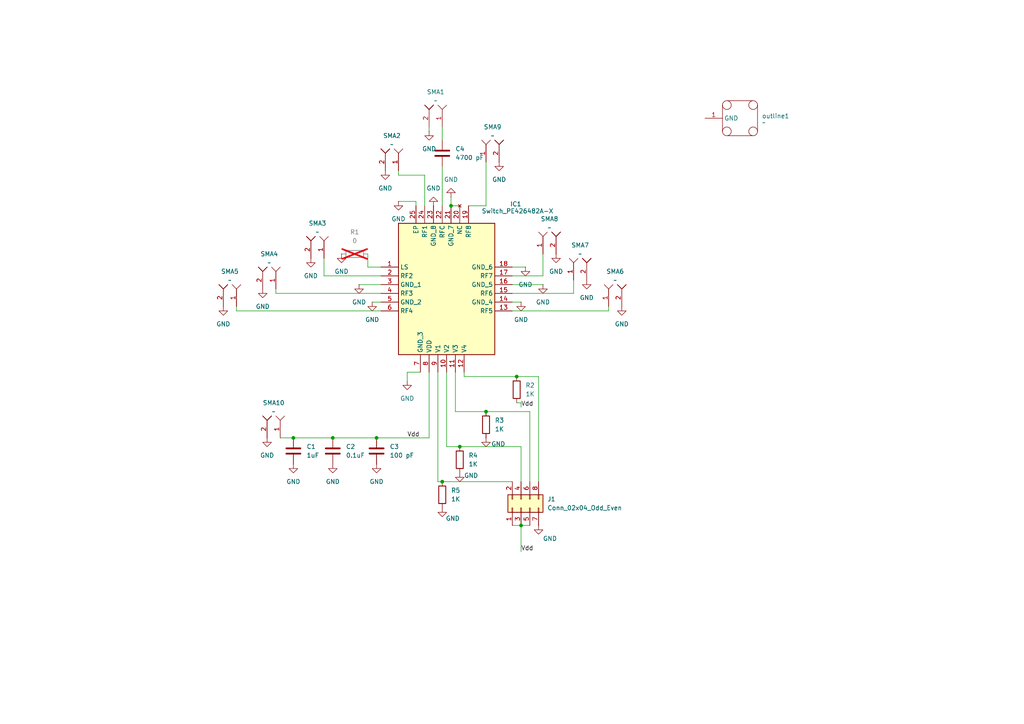
<source format=kicad_sch>
(kicad_sch (version 20231120) (generator "eeschema") (generator_version "8.0")
  (paper "A4")
  (lib_symbols
    (symbol "Connector_Generic:Conn_02x04_Odd_Even" (pin_names (offset 1.016) hide)
      (property "Reference" "J" (at 1.27 5.08 0))
      (property "Value" "Conn_02x04_Odd_Even" (at 1.27 -7.62 0))
      (symbol "Conn_02x04_Odd_Even_1_1"
        (rectangle (start -1.27 -4.953) (end 0 -5.207) (stroke (width 0.1524)))
        (rectangle (start -1.27 -2.413) (end 0 -2.667) (stroke (width 0.1524)))
        (rectangle (start -1.27 0.127) (end 0 -0.127) (stroke (width 0.1524)))
        (rectangle (start -1.27 2.667) (end 0 2.413) (stroke (width 0.1524)))
        (rectangle (start -1.27 3.81) (end 3.81 -6.35) (stroke (width 0.254)) (fill (type background)))
        (rectangle (start 3.81 -4.953) (end 2.54 -5.207) (stroke (width 0.1524)))
        (rectangle (start 3.81 -2.413) (end 2.54 -2.667) (stroke (width 0.1524)))
        (rectangle (start 3.81 0.127) (end 2.54 -0.127) (stroke (width 0.1524)))
        (rectangle (start 3.81 2.667) (end 2.54 2.413) (stroke (width 0.1524)))
        (pin passive line (at -5.08 2.54 0) (length 3.81) (name "Pin_1") (number "1"))
        (pin passive line (at 7.62 2.54 180) (length 3.81) (name "Pin_2") (number "2"))
        (pin passive line (at -5.08 0 0) (length 3.81) (name "Pin_3") (number "3"))
        (pin passive line (at 7.62 0 180) (length 3.81) (name "Pin_4") (number "4"))
        (pin passive line (at -5.08 -2.54 0) (length 3.81) (name "Pin_5") (number "5"))
        (pin passive line (at 7.62 -2.54 180) (length 3.81) (name "Pin_6") (number "6"))
        (pin passive line (at -5.08 -5.08 0) (length 3.81) (name "Pin_7") (number "7"))
        (pin passive line (at 7.62 -5.08 180) (length 3.81) (name "Pin_8") (number "8"))
      )
    )
    (symbol "Device:C" (pin_numbers hide) (pin_names (offset 0.254))
      (property "Reference" "C" (at 0.635 2.54 0))
      (property "Value" "C" (at 0.635 -2.54 0))
      (symbol "C_0_1"
        (polyline (pts (xy -2.032 -0.762) (xy 2.032 -0.762)) (stroke (width 0.508)))
        (polyline (pts (xy -2.032 0.762) (xy 2.032 0.762)) (stroke (width 0.508)))
      )
      (symbol "C_1_1"
        (pin passive line (at 0 3.81 270) (length 2.794) (name "~") (number "1"))
        (pin passive line (at 0 -3.81 90) (length 2.794) (name "~") (number "2"))
      )
    )
    (symbol "Device:R" (pin_numbers hide) (pin_names (offset 0))
      (property "Reference" "R" (at 2.032 0 90))
      (property "Value" "R" (at 0 0 90))
      (symbol "R_0_1"
        (rectangle (start -1.016 -2.54) (end 1.016 2.54) (stroke (width 0.254)))
      )
      (symbol "R_1_1"
        (pin passive line (at 0 3.81 270) (length 1.27) (name "~") (number "1"))
        (pin passive line (at 0 -3.81 90) (length 1.27) (name "~") (number "2"))
      )
    )
    (symbol "MUSIC_LAB:SMA"
      (property "Reference" "SMA" (at 1.27 -1.27 0))
      (symbol "SMA_0_1"
        (polyline (pts (xy -1.27 1.27) (xy -2.54 0)))
        (polyline (pts (xy -1.27 1.27) (xy -2.54 0)))
        (polyline (pts (xy -1.27 1.27) (xy -2.54 0)))
        (polyline (pts (xy -1.27 1.27) (xy -2.54 0)))
        (polyline (pts (xy -1.27 1.27) (xy -2.54 2.54)))
        (polyline (pts (xy -1.27 1.27) (xy -2.54 2.54)))
        (polyline (pts (xy -1.27 1.27) (xy -2.54 2.54)))
        (polyline (pts (xy -1.27 1.27) (xy -2.54 2.54)))
        (polyline (pts (xy -1.27 5.08) (xy -2.54 3.81)))
        (polyline (pts (xy -1.27 5.08) (xy -2.54 6.35)))
      )
      (symbol "SMA_1_1"
        (pin passive line (at 3.81 5.08 180) (length 5.08) (name "") (number "1"))
        (pin passive line (at 3.81 1.27 180) (length 5.08) (name "") (number "2"))
      )
    )
    (symbol "MUSIC_LAB:Switch_PE426482A-X"
      (property "Reference" "IC" (at 26.67 17.78 0))
      (property "Value" "Switch_PE426482A-X" (at 26.67 15.24 0))
      (symbol "Switch_PE426482A-X_1_1"
        (rectangle (start 5.08 12.7) (end 33.02 -25.4) (stroke (width 0.254)) (fill (type background)))
        (pin passive line (at 0 0 0) (length 5.08) (name "LS") (number "1"))
        (pin passive line (at 19.05 -30.48 90) (length 5.08) (name "V2") (number "10"))
        (pin passive line (at 21.59 -30.48 90) (length 5.08) (name "V3") (number "11"))
        (pin passive line (at 24.13 -30.48 90) (length 5.08) (name "V4") (number "12"))
        (pin passive line (at 38.1 -12.7 180) (length 5.08) (name "RF5") (number "13"))
        (pin passive line (at 38.1 -10.16 180) (length 5.08) (name "GND_4") (number "14"))
        (pin passive line (at 38.1 -7.62 180) (length 5.08) (name "RF6") (number "15"))
        (pin passive line (at 38.1 -5.08 180) (length 5.08) (name "GND_5") (number "16"))
        (pin passive line (at 38.1 -2.54 180) (length 5.08) (name "RF7") (number "17"))
        (pin passive line (at 38.1 0 180) (length 5.08) (name "GND_6") (number "18"))
        (pin passive line (at 25.4 17.78 270) (length 5.08) (name "RF8") (number "19"))
        (pin passive line (at 0 -2.54 0) (length 5.08) (name "RF2") (number "2"))
        (pin no_connect line (at 22.86 17.78 270) (length 5.08) (name "NC") (number "20"))
        (pin passive line (at 20.32 17.78 270) (length 5.08) (name "GND_7") (number "21"))
        (pin passive line (at 17.78 17.78 270) (length 5.08) (name "RFC") (number "22"))
        (pin passive line (at 15.24 17.78 270) (length 5.08) (name "GND_8") (number "23"))
        (pin passive line (at 12.7 17.78 270) (length 5.08) (name "RF1") (number "24"))
        (pin passive line (at 10.16 17.78 270) (length 5.08) (name "EP") (number "25"))
        (pin passive line (at 0 -5.08 0) (length 5.08) (name "GND_1") (number "3"))
        (pin passive line (at 0 -7.62 0) (length 5.08) (name "RF3") (number "4"))
        (pin passive line (at 0 -10.16 0) (length 5.08) (name "GND_2") (number "5"))
        (pin passive line (at 0 -12.7 0) (length 5.08) (name "RF4") (number "6"))
        (pin passive line (at 11.43 -30.48 90) (length 5.08) (name "GND_3") (number "7"))
        (pin passive line (at 13.97 -30.48 90) (length 5.08) (name "VDD") (number "8"))
        (pin passive line (at 16.51 -30.48 90) (length 5.08) (name "V1") (number "9"))
      )
    )
    (symbol "MUSIC_LAB:outline"
      (property "Reference" "outline" (at 0 6.35 0))
      (symbol "outline_0_1"
        (circle (center -3.81 -3.81) (radius 1.27))
        (circle (center -3.81 3.81) (radius 1.27))
        (polyline (pts (xy -5.08 3.81) (xy -5.08 -3.81)))
        (polyline (pts (xy -3.81 -5.08) (xy 3.81 -5.08)))
        (polyline (pts (xy 3.81 5.08) (xy -3.81 5.08)))
        (polyline (pts (xy 5.08 3.81) (xy 5.08 -3.81)))
        (circle (center 3.81 -3.81) (radius 1.27))
        (circle (center 3.81 3.81) (radius 1.27))
      )
      (symbol "outline_1_1"
        (pin free line (at -10.16 0 0) (length 5.08) (name "GND") (number "1"))
      )
    )
    (symbol "power:GND" (power) (pin_numbers hide) (pin_names (offset 0) hide)
      (property "Value" "GND" (at 0 -3.81 0))
      (symbol "GND_0_1"
        (polyline (pts (xy 0 0) (xy 0 -1.27) (xy 1.27 -1.27) (xy 0 -2.54) (xy -1.27 -1.27) (xy 0 -1.27)))
      )
      (symbol "GND_1_1"
        (pin power_in line (at 0 0 270) (length 0) (name "~") (number "1"))
      )
    )
  )
  (junction (at 130.81 59.69))
  (junction (at 128.27 139.7))
  (junction (at 140.97 119.38))
  (junction (at 109.22 127))
  (junction (at 133.35 129.54))
  (junction (at 96.52 127))
  (junction (at 149.86 109.22))
  (junction (at 151.13 152.4))
  (junction (at 85.09 127))
  (wire (pts (xy 115.57 50.8) (xy 123.19 50.8)))
  (wire (pts (xy 151.13 118.11) (xy 151.13 116.84)))
  (wire (pts (xy 152.4 77.47) (xy 148.59 77.47)))
  (wire (pts (xy 128.27 36.83) (xy 128.27 40.64)))
  (wire (pts (xy 127 139.7) (xy 128.27 139.7)))
  (wire (pts (xy 124.46 36.83) (xy 124.46 38.1)))
  (wire (pts (xy 115.57 58.42) (xy 120.65 58.42)))
  (wire (pts (xy 166.37 81.28) (xy 166.37 85.09)))
  (wire (pts (xy 128.27 139.7) (xy 148.59 139.7)))
  (wire (pts (xy 176.53 88.9) (xy 176.53 90.17)))
  (wire (pts (xy 68.58 90.17) (xy 110.49 90.17)))
  (wire (pts (xy 118.11 107.95) (xy 121.92 107.95)))
  (wire (pts (xy 129.54 129.54) (xy 133.35 129.54)))
  (wire (pts (xy 80.01 83.82) (xy 80.01 85.09)))
  (wire (pts (xy 151.13 152.4) (xy 153.67 152.4)))
  (wire (pts (xy 124.46 127) (xy 124.46 107.95)))
  (wire (pts (xy 151.13 116.84) (xy 149.86 116.84)))
  (wire (pts (xy 157.48 80.01) (xy 148.59 80.01)))
  (wire (pts (xy 110.49 80.01) (xy 93.98 80.01)))
  (wire (pts (xy 134.62 107.95) (xy 134.62 109.22)))
  (wire (pts (xy 140.97 59.69) (xy 135.89 59.69)))
  (wire (pts (xy 132.08 119.38) (xy 140.97 119.38)))
  (wire (pts (xy 140.97 119.38) (xy 153.67 119.38)))
  (wire (pts (xy 93.98 74.93) (xy 93.98 80.01)))
  (wire (pts (xy 134.62 109.22) (xy 149.86 109.22)))
  (wire (pts (xy 140.97 46.99) (xy 140.97 59.69)))
  (wire (pts (xy 133.35 129.54) (xy 151.13 129.54)))
  (wire (pts (xy 85.09 127) (xy 96.52 127)))
  (wire (pts (xy 149.86 109.22) (xy 156.21 109.22)))
  (wire (pts (xy 148.59 152.4) (xy 151.13 152.4)))
  (wire (pts (xy 80.01 85.09) (xy 110.49 85.09)))
  (wire (pts (xy 123.19 50.8) (xy 123.19 59.69)))
  (wire (pts (xy 157.48 73.66) (xy 157.48 80.01)))
  (wire (pts (xy 157.48 82.55) (xy 148.59 82.55)))
  (wire (pts (xy 96.52 127) (xy 109.22 127)))
  (wire (pts (xy 106.68 77.47) (xy 106.68 73.66)))
  (wire (pts (xy 151.13 160.02) (xy 151.13 152.4)))
  (wire (pts (xy 128.27 48.26) (xy 128.27 59.69)))
  (wire (pts (xy 166.37 85.09) (xy 148.59 85.09)))
  (wire (pts (xy 151.13 87.63) (xy 148.59 87.63)))
  (wire (pts (xy 107.95 87.63) (xy 110.49 87.63)))
  (wire (pts (xy 130.81 57.15) (xy 130.81 59.69)))
  (wire (pts (xy 151.13 129.54) (xy 151.13 139.7)))
  (wire (pts (xy 109.22 127) (xy 124.46 127)))
  (wire (pts (xy 110.49 82.55) (xy 104.14 82.55)))
  (wire (pts (xy 130.81 59.69) (xy 133.35 59.69)))
  (wire (pts (xy 81.28 127) (xy 85.09 127)))
  (wire (pts (xy 132.08 107.95) (xy 132.08 119.38)))
  (wire (pts (xy 148.59 90.17) (xy 176.53 90.17)))
  (wire (pts (xy 129.54 107.95) (xy 129.54 129.54)))
  (wire (pts (xy 68.58 88.9) (xy 68.58 90.17)))
  (wire (pts (xy 153.67 119.38) (xy 153.67 139.7)))
  (wire (pts (xy 118.11 110.49) (xy 118.11 107.95)))
  (wire (pts (xy 127 107.95) (xy 127 139.7)))
  (wire (pts (xy 110.49 77.47) (xy 106.68 77.47)))
  (wire (pts (xy 115.57 49.53) (xy 115.57 50.8)))
  (wire (pts (xy 156.21 109.22) (xy 156.21 139.7)))
  (wire (pts (xy 120.65 58.42) (xy 120.65 59.69)))
  (label "Vdd" (at 118.11 127 0))
  (label "Vdd" (at 151.13 160.02 0))
  (label "Vdd" (at 151.13 118.11 0))
  (symbol (lib_id "MUSIC_LAB:SMA") (at 171.45 77.47 90) (mirror x) (unit 1)
    (property "Reference" "SMA7" (at 168.275 71.12 90))
    (property "Value" "~" (at 168.275 73.66 90))
    (property "Footprint" "MUSIC_Lab:SMA_KHD_Back" (effects (hide yes)))
  )
  (symbol (lib_id "power:GND") (at 152.4 77.47 0) (mirror y) (unit 1)
    (property "Reference" "#PWR013" (effects (hide yes)))
    (property "Value" "GND" (at 152.4 82.55 0))
    (property "Description" "Power symbol creates a global label with name \"GND\" , ground" (effects (hide yes)))
  )
  (symbol (lib_id "power:GND") (at 140.97 127 0) (unit 1)
    (property "Reference" "#PWR025" (effects (hide yes)))
    (property "Value" "GND" (at 144.526 128.778 0))
    (property "Description" "Power symbol creates a global label with name \"GND\" , ground" (effects (hide yes)))
  )
  (symbol (lib_id "power:GND") (at 90.17 74.93 0) (unit 1)
    (property "Reference" "#PWR03" (effects (hide yes)))
    (property "Value" "GND" (at 90.17 80.01 0))
    (property "Description" "Power symbol creates a global label with name \"GND\" , ground" (effects (hide yes)))
  )
  (symbol (lib_id "power:GND") (at 76.2 83.82 0) (unit 1)
    (property "Reference" "#PWR04" (effects (hide yes)))
    (property "Value" "GND" (at 76.2 88.9 0))
    (property "Description" "Power symbol creates a global label with name \"GND\" , ground" (effects (hide yes)))
  )
  (symbol (lib_id "power:GND") (at 104.14 82.55 0) (unit 1)
    (property "Reference" "#PWR07" (effects (hide yes)))
    (property "Value" "GND" (at 104.14 87.63 0))
    (property "Description" "Power symbol creates a global label with name \"GND\" , ground" (effects (hide yes)))
  )
  (symbol (lib_id "MUSIC_LAB:SMA") (at 146.05 43.18 90) (mirror x) (unit 1)
    (property "Reference" "SMA9" (at 142.875 36.83 90))
    (property "Value" "~" (at 142.875 39.37 90))
    (property "Footprint" "MUSIC_Lab:SMA_KHD_Back" (effects (hide yes)))
  )
  (symbol (lib_id "power:GND") (at 85.09 134.62 0) (unit 1)
    (property "Reference" "#PWR021" (effects (hide yes)))
    (property "Value" "GND" (at 85.09 139.7 0))
    (property "Description" "Power symbol creates a global label with name \"GND\" , ground" (effects (hide yes)))
  )
  (symbol (lib_id "Device:C") (at 85.09 130.81 0) (unit 1)
    (property "Reference" "C1" (at 88.9 129.5399 0) (effects (justify left)))
    (property "Value" "1uF" (at 88.9 132.0799 0) (effects (justify left)))
    (property "Footprint" "Capacitor_SMD:C_0402_1005Metric" (effects (hide yes)))
    (property "Description" "Unpolarized capacitor" (effects (hide yes)))
  )
  (symbol (lib_id "MUSIC_LAB:SMA") (at 123.19 33.02 270) (unit 1)
    (property "Reference" "SMA1" (at 126.365 26.67 90))
    (property "Value" "~" (at 126.365 29.21 90))
    (property "Footprint" "MUSIC_Lab:SMA_KHD_Back" (effects (hide yes)))
  )
  (symbol (lib_id "power:GND") (at 157.48 82.55 0) (mirror y) (unit 1)
    (property "Reference" "#PWR014" (effects (hide yes)))
    (property "Value" "GND" (at 157.48 87.63 0))
    (property "Description" "Power symbol creates a global label with name \"GND\" , ground" (effects (hide yes)))
  )
  (symbol (lib_id "power:GND") (at 144.78 46.99 0) (mirror y) (unit 1)
    (property "Reference" "#PWR012" (effects (hide yes)))
    (property "Value" "GND" (at 144.78 52.07 0))
    (property "Description" "Power symbol creates a global label with name \"GND\" , ground" (effects (hide yes)))
  )
  (symbol (lib_id "MUSIC_LAB:SMA") (at 110.49 45.72 270) (unit 1)
    (property "Reference" "SMA2" (at 113.665 39.37 90))
    (property "Value" "~" (at 113.665 41.91 90))
    (property "Footprint" "MUSIC_Lab:SMA_KHD_Back" (effects (hide yes)))
  )
  (symbol (lib_id "Device:C") (at 96.52 130.81 0) (unit 1)
    (property "Reference" "C2" (at 100.33 129.5399 0) (effects (justify left)))
    (property "Value" "0.1uF" (at 100.33 132.0799 0) (effects (justify left)))
    (property "Footprint" "Capacitor_SMD:C_0402_1005Metric" (effects (hide yes)))
    (property "Description" "Unpolarized capacitor" (effects (hide yes)))
  )
  (symbol (lib_id "MUSIC_LAB:SMA") (at 63.5 85.09 270) (unit 1)
    (property "Reference" "SMA5" (at 66.675 78.74 90))
    (property "Value" "~" (at 66.675 81.28 90))
    (property "Footprint" "MUSIC_Lab:SMA_KHD_Back" (effects (hide yes)))
  )
  (symbol (lib_id "MUSIC_LAB:outline") (at 214.63 34.29 0) (unit 1)
    (property "Reference" "outline1" (at 220.98 33.6549 0) (effects (justify left)))
    (property "Value" "~" (at 220.98 35.56 0) (effects (justify left)))
    (property "Footprint" "MUSIC_Lab:Outline_4x3_cavity_20240512" (effects (hide yes)))
  )
  (symbol (lib_id "MUSIC_LAB:SMA") (at 74.93 80.01 270) (unit 1)
    (property "Reference" "SMA4" (at 78.105 73.66 90))
    (property "Value" "~" (at 78.105 76.2 90))
    (property "Footprint" "MUSIC_Lab:SMA_KHD_Back" (effects (hide yes)))
  )
  (symbol (lib_id "Device:R") (at 133.35 133.35 180) (unit 1)
    (property "Reference" "R4" (at 135.89 132.0799 0) (effects (justify right)))
    (property "Value" "1K" (at 135.89 134.6199 0) (effects (justify right)))
    (property "Footprint" "Resistor_SMD:R_0402_1005Metric" (effects (hide yes)))
    (property "Description" "Resistor" (effects (hide yes)))
  )
  (symbol (lib_id "power:GND") (at 133.35 137.16 0) (unit 1)
    (property "Reference" "#PWR026" (effects (hide yes)))
    (property "Value" "GND" (at 136.652 137.922 0))
    (property "Description" "Power symbol creates a global label with name \"GND\" , ground" (effects (hide yes)))
  )
  (symbol (lib_id "MUSIC_LAB:SMA") (at 88.9 71.12 270) (unit 1)
    (property "Reference" "SMA3" (at 92.075 64.77 90))
    (property "Value" "~" (at 92.075 67.31 90))
    (property "Footprint" "MUSIC_Lab:SMA_KHD_Back" (effects (hide yes)))
  )
  (symbol (lib_id "Device:R") (at 102.87 73.66 90) (unit 1) (dnp yes)
    (property "Reference" "R1" (at 102.87 67.31 90))
    (property "Value" "0" (at 102.87 69.85 90))
    (property "Footprint" "Resistor_SMD:R_0402_1005Metric" (effects (hide yes)))
    (property "Description" "Resistor" (effects (hide yes)))
  )
  (symbol (lib_id "power:GND") (at 156.21 152.4 0) (unit 1)
    (property "Reference" "#PWR024" (effects (hide yes)))
    (property "Value" "GND" (at 159.512 156.21 0))
    (property "Description" "Power symbol creates a global label with name \"GND\" , ground" (effects (hide yes)))
  )
  (symbol (lib_id "Device:C") (at 128.27 44.45 180) (unit 1)
    (property "Reference" "C4" (at 132.08 43.1799 0) (effects (justify right)))
    (property "Value" "4700 pF" (at 132.08 45.7199 0) (effects (justify right)))
    (property "Footprint" "Capacitor_SMD:C_0402_1005Metric" (effects (hide yes)))
    (property "Description" "Unpolarized capacitor" (effects (hide yes)))
  )
  (symbol (lib_id "Device:R") (at 140.97 123.19 180) (unit 1)
    (property "Reference" "R3" (at 143.51 121.9199 0) (effects (justify right)))
    (property "Value" "1K" (at 143.51 124.4599 0) (effects (justify right)))
    (property "Footprint" "Resistor_SMD:R_0402_1005Metric" (effects (hide yes)))
    (property "Description" "Resistor" (effects (hide yes)))
  )
  (symbol (lib_id "power:GND") (at 125.73 59.69 0) (mirror x) (unit 1)
    (property "Reference" "#PWR017" (effects (hide yes)))
    (property "Value" "GND" (at 125.73 54.61 0))
    (property "Description" "Power symbol creates a global label with name \"GND\" , ground" (effects (hide yes)))
  )
  (symbol (lib_id "power:GND") (at 118.11 110.49 0) (mirror y) (unit 1)
    (property "Reference" "#PWR019" (effects (hide yes)))
    (property "Value" "GND" (at 118.11 115.57 0))
    (property "Description" "Power symbol creates a global label with name \"GND\" , ground" (effects (hide yes)))
  )
  (symbol (lib_id "MUSIC_LAB:Switch_PE426482A-X") (at 110.49 77.47 0) (unit 1)
    (property "Reference" "IC1" (at 149.606 59.182 0))
    (property "Value" "Switch_PE426482A-X" (at 150.114 61.214 0))
    (property "Footprint" "QFN50P400X400X90-25N" (effects (hide yes)))
    (property "Datasheet" "https://www.psemi.com/pdf/datasheets/pe426482ds.pdf" (effects (hide yes)))
    (property "Description" "RF Switch ICs SP8T, -55 to +125 C, Absorptive, 50? RF Switch, w/o ext. Vss" (effects (hide yes)))
    (property "Height" "0.9" (effects (hide yes)))
    (property "Mouser Part Number" "81-PE426482A-X" (effects (hide yes)))
    (property "Mouser Price/Stock" "https://www.mouser.co.uk/ProductDetail/pSemi/PE426482A-X?qs=5aG0NVq1C4yY1w5gq8I7Qg%3D%3D" (effects (hide yes)))
    (property "Manufacturer_Name" "Peregrine Semiconductor" (effects (hide yes)))
    (property "Manufacturer_Part_Number" "PE426482A-X" (effects (hide yes)))
  )
  (symbol (lib_id "Device:R") (at 128.27 143.51 180) (unit 1)
    (property "Reference" "R5" (at 130.81 142.2399 0) (effects (justify right)))
    (property "Value" "1K" (at 130.81 144.7799 0) (effects (justify right)))
    (property "Footprint" "Resistor_SMD:R_0402_1005Metric" (effects (hide yes)))
    (property "Description" "Resistor" (effects (hide yes)))
  )
  (symbol (lib_id "power:GND") (at 96.52 134.62 0) (unit 1)
    (property "Reference" "#PWR022" (effects (hide yes)))
    (property "Value" "GND" (at 96.52 139.7 0))
    (property "Description" "Power symbol creates a global label with name \"GND\" , ground" (effects (hide yes)))
  )
  (symbol (lib_id "power:GND") (at 128.27 147.32 0) (unit 1)
    (property "Reference" "#PWR027" (effects (hide yes)))
    (property "Value" "GND" (at 131.318 150.368 0))
    (property "Description" "Power symbol creates a global label with name \"GND\" , ground" (effects (hide yes)))
  )
  (symbol (lib_id "Connector_Generic:Conn_02x04_Odd_Even") (at 151.13 147.32 90) (unit 1)
    (property "Reference" "J1" (at 158.75 144.7799 90) (effects (justify right)))
    (property "Value" "Conn_02x04_Odd_Even" (at 158.75 147.3199 90) (effects (justify right)))
    (property "Footprint" "Connector_PinHeader_2.54mm:PinHeader_2x04_P2.54mm_Vertical" (effects (hide yes)))
    (property "Description" "Generic connector, double row, 02x04, odd/even pin numbering scheme (row 1 odd numbers, row 2 even numbers), script generated (kicad-library-utils/schlib/autogen/connector/)" (effects (hide yes)))
  )
  (symbol (lib_id "MUSIC_LAB:SMA") (at 181.61 85.09 90) (mirror x) (unit 1)
    (property "Reference" "SMA6" (at 178.435 78.74 90))
    (property "Value" "~" (at 178.435 81.28 90))
    (property "Footprint" "MUSIC_Lab:SMA_KHD_Back" (effects (hide yes)))
  )
  (symbol (lib_id "power:GND") (at 109.22 134.62 0) (unit 1)
    (property "Reference" "#PWR023" (effects (hide yes)))
    (property "Value" "GND" (at 109.22 139.7 0))
    (property "Description" "Power symbol creates a global label with name \"GND\" , ground" (effects (hide yes)))
  )
  (symbol (lib_id "power:GND") (at 77.47 127 0) (unit 1)
    (property "Reference" "#PWR020" (effects (hide yes)))
    (property "Value" "GND" (at 77.47 132.08 0))
    (property "Description" "Power symbol creates a global label with name \"GND\" , ground" (effects (hide yes)))
  )
  (symbol (lib_id "Device:C") (at 109.22 130.81 0) (unit 1)
    (property "Reference" "C3" (at 113.03 129.5399 0) (effects (justify left)))
    (property "Value" "100 pF" (at 113.03 132.0799 0) (effects (justify left)))
    (property "Footprint" "Capacitor_SMD:C_0402_1005Metric" (effects (hide yes)))
    (property "Description" "Unpolarized capacitor" (effects (hide yes)))
  )
  (symbol (lib_id "power:GND") (at 64.77 88.9 0) (unit 1)
    (property "Reference" "#PWR05" (effects (hide yes)))
    (property "Value" "GND" (at 64.77 93.98 0))
    (property "Description" "Power symbol creates a global label with name \"GND\" , ground" (effects (hide yes)))
  )
  (symbol (lib_id "MUSIC_LAB:SMA") (at 76.2 123.19 270) (unit 1)
    (property "Reference" "SMA10" (at 79.375 116.84 90))
    (property "Value" "~" (at 79.375 119.38 90))
    (property "Footprint" "MUSIC_Lab:SMA_KHD_Back" (effects (hide yes)))
  )
  (symbol (lib_id "power:GND") (at 99.06 73.66 0) (unit 1)
    (property "Reference" "#PWR06" (effects (hide yes)))
    (property "Value" "GND" (at 99.06 78.74 0))
    (property "Description" "Power symbol creates a global label with name \"GND\" , ground" (effects (hide yes)))
  )
  (symbol (lib_id "power:GND") (at 107.95 87.63 0) (unit 1)
    (property "Reference" "#PWR08" (effects (hide yes)))
    (property "Value" "GND" (at 107.95 92.71 0))
    (property "Description" "Power symbol creates a global label with name \"GND\" , ground" (effects (hide yes)))
  )
  (symbol (lib_id "power:GND") (at 124.46 38.1 0) (unit 1)
    (property "Reference" "#PWR01" (effects (hide yes)))
    (property "Value" "GND" (at 124.46 43.18 0))
    (property "Description" "Power symbol creates a global label with name \"GND\" , ground" (effects (hide yes)))
  )
  (symbol (lib_id "power:GND") (at 130.81 57.15 0) (mirror x) (unit 1)
    (property "Reference" "#PWR018" (effects (hide yes)))
    (property "Value" "GND" (at 130.81 52.07 0))
    (property "Description" "Power symbol creates a global label with name \"GND\" , ground" (effects (hide yes)))
  )
  (symbol (lib_id "power:GND") (at 170.18 81.28 0) (mirror y) (unit 1)
    (property "Reference" "#PWR010" (effects (hide yes)))
    (property "Value" "GND" (at 170.18 86.36 0))
    (property "Description" "Power symbol creates a global label with name \"GND\" , ground" (effects (hide yes)))
  )
  (symbol (lib_id "power:GND") (at 111.76 49.53 0) (unit 1)
    (property "Reference" "#PWR02" (effects (hide yes)))
    (property "Value" "GND" (at 111.76 54.61 0))
    (property "Description" "Power symbol creates a global label with name \"GND\" , ground" (effects (hide yes)))
  )
  (symbol (lib_id "power:GND") (at 151.13 87.63 0) (mirror y) (unit 1)
    (property "Reference" "#PWR015" (effects (hide yes)))
    (property "Value" "GND" (at 151.13 92.71 0))
    (property "Description" "Power symbol creates a global label with name \"GND\" , ground" (effects (hide yes)))
  )
  (symbol (lib_id "power:GND") (at 115.57 58.42 0) (mirror y) (unit 1)
    (property "Reference" "#PWR016" (effects (hide yes)))
    (property "Value" "GND" (at 115.57 63.5 0))
    (property "Description" "Power symbol creates a global label with name \"GND\" , ground" (effects (hide yes)))
  )
  (symbol (lib_id "Device:R") (at 149.86 113.03 180) (unit 1)
    (property "Reference" "R2" (at 152.4 111.7599 0) (effects (justify right)))
    (property "Value" "1K" (at 152.4 114.2999 0) (effects (justify right)))
    (property "Footprint" "Resistor_SMD:R_0402_1005Metric" (effects (hide yes)))
    (property "Description" "Resistor" (effects (hide yes)))
  )
  (symbol (lib_id "power:GND") (at 180.34 88.9 0) (mirror y) (unit 1)
    (property "Reference" "#PWR09" (effects (hide yes)))
    (property "Value" "GND" (at 180.34 93.98 0))
    (property "Description" "Power symbol creates a global label with name \"GND\" , ground" (effects (hide yes)))
  )
  (symbol (lib_id "power:GND") (at 161.29 73.66 0) (mirror y) (unit 1)
    (property "Reference" "#PWR011" (effects (hide yes)))
    (property "Value" "GND" (at 161.29 78.74 0))
    (property "Description" "Power symbol creates a global label with name \"GND\" , ground" (effects (hide yes)))
  )
  (symbol (lib_id "MUSIC_LAB:SMA") (at 162.56 69.85 90) (mirror x) (unit 1)
    (property "Reference" "SMA8" (at 159.385 63.5 90))
    (property "Value" "~" (at 159.385 66.04 90))
    (property "Footprint" "MUSIC_Lab:SMA_KHD_Back" (effects (hide yes)))
  )
)
</source>
